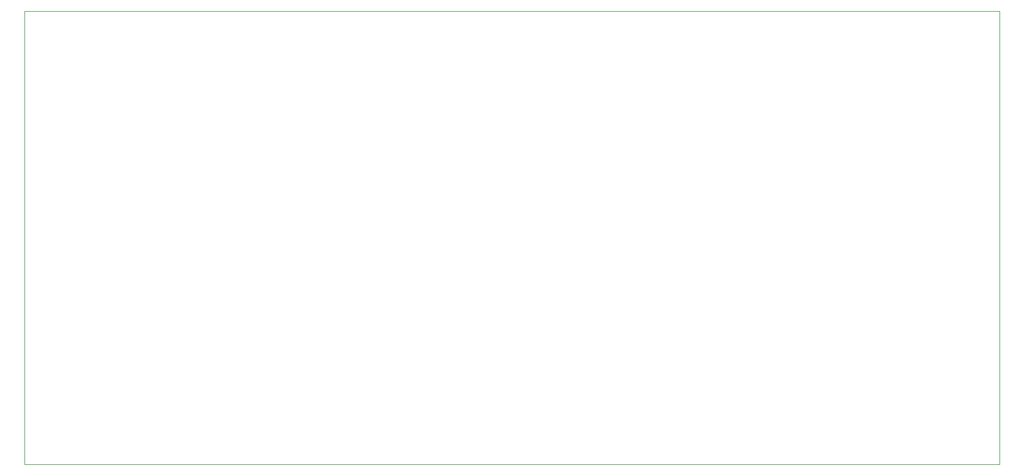
<source format=gbr>
%TF.GenerationSoftware,KiCad,Pcbnew,9.0.7-9.0.7~ubuntu24.04.1*%
%TF.CreationDate,2026-02-19T19:33:50-05:00*%
%TF.ProjectId,plantPartner_PCB1.0,706c616e-7450-4617-9274-6e65725f5043,rev?*%
%TF.SameCoordinates,Original*%
%TF.FileFunction,Profile,NP*%
%FSLAX46Y46*%
G04 Gerber Fmt 4.6, Leading zero omitted, Abs format (unit mm)*
G04 Created by KiCad (PCBNEW 9.0.7-9.0.7~ubuntu24.04.1) date 2026-02-19 19:33:50*
%MOMM*%
%LPD*%
G01*
G04 APERTURE LIST*
%TA.AperFunction,Profile*%
%ADD10C,0.050000*%
%TD*%
G04 APERTURE END LIST*
D10*
X80160000Y-52250000D02*
X228460000Y-52250000D01*
X228460000Y-121250000D01*
X80160000Y-121250000D01*
X80160000Y-52250000D01*
M02*

</source>
